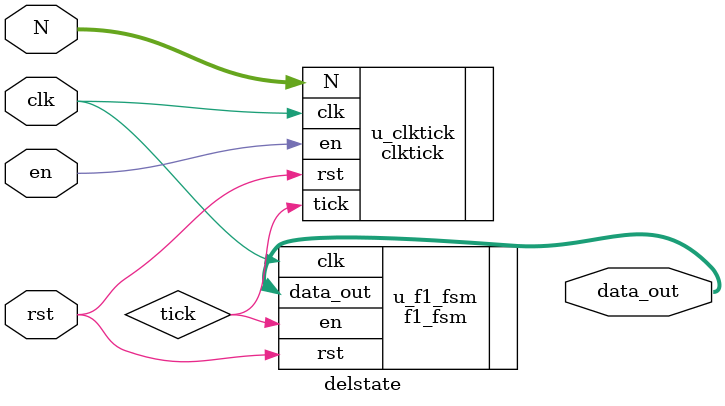
<source format=sv>
module delstate #(
    parameter WIDTH = 8
) (
    input logic en,
    input logic clk,
    input logic rst,
    input logic [15:0] N,
    output logic [WIDTH-1:0] data_out
);

logic tick;

clktick u_clktick(
    .clk (clk),
    .rst (rst),
    .en (en),
    .N (N),
    .tick(tick)
);

f1_fsm u_f1_fsm(
    .rst (rst),
    .en (tick),
    .clk (clk),
    .data_out (data_out)
);
    
endmodule

</source>
